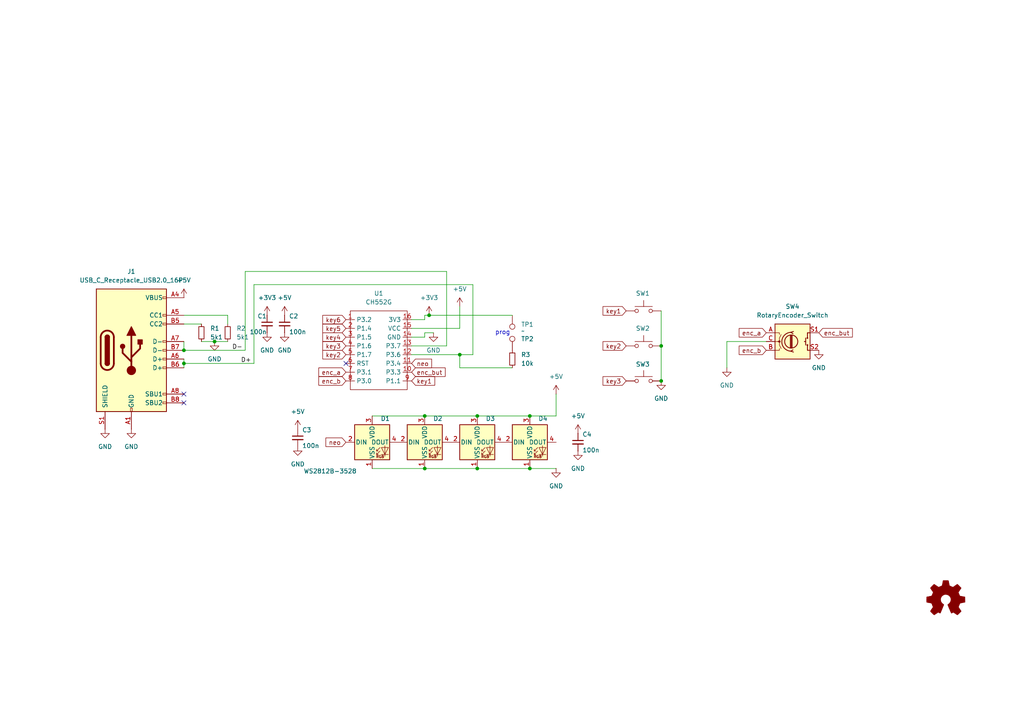
<source format=kicad_sch>
(kicad_sch (version 20231120) (generator "eeschema") (generator_version "8.0")
  (paper "A4")
  (title_block (title "Push-n-Turn-31") (rev "1") (company "Concept & Code"))
  (lib_symbols
    (symbol "Connector:TestPoint" (pin_numbers hide) (pin_names (offset 0.762) hide)
      (property "Reference" "TP" (at 0 6.858 0))
      (property "Value" "TestPoint" (at 0 5.08 0))
      (symbol "TestPoint_0_1"
        (circle (center 0 3.302) (radius 0.762))
      )
      (symbol "TestPoint_1_1"
        (pin passive line (at 0 0 90) (length 2.54) (name "1") (number "1"))
      )
    )
    (symbol "Connector:USB_C_Receptacle_USB2.0_16P" (pin_names (offset 1.016))
      (property "Reference" "J" (at 0 22.225 0))
      (property "Value" "USB_C_Receptacle_USB2.0_16P" (at 0 19.685 0))
      (symbol "USB_C_Receptacle_USB2.0_16P_0_0"
        (rectangle (start -0.254 -17.78) (end 0.254 -16.764))
        (rectangle (start 10.16 -14.986) (end 9.144 -15.494))
        (rectangle (start 10.16 -12.446) (end 9.144 -12.954))
        (rectangle (start 10.16 -4.826) (end 9.144 -5.334))
        (rectangle (start 10.16 -2.286) (end 9.144 -2.794))
        (rectangle (start 10.16 0.254) (end 9.144 -0.254))
        (rectangle (start 10.16 2.794) (end 9.144 2.286))
        (rectangle (start 10.16 7.874) (end 9.144 7.366))
        (rectangle (start 10.16 10.414) (end 9.144 9.906))
        (rectangle (start 10.16 15.494) (end 9.144 14.986))
      )
      (symbol "USB_C_Receptacle_USB2.0_16P_0_1"
        (rectangle (start -10.16 17.78) (end 10.16 -17.78) (stroke (width 0.254)) (fill (type background)))
        (arc (start -8.89 -3.81) (mid -6.985 -5.7067) (end -5.08 -3.81) (stroke (width 0.508)))
        (arc (start -7.62 -3.81) (mid -6.985 -4.4423) (end -6.35 -3.81) (stroke (width 0.254)))
        (arc (start -7.62 -3.81) (mid -6.985 -4.4423) (end -6.35 -3.81) (stroke (width 0.254)) (fill (type outline)))
        (rectangle (start -7.62 -3.81) (end -6.35 3.81) (stroke (width 0.254)) (fill (type outline)))
        (arc (start -6.35 3.81) (mid -6.985 4.4423) (end -7.62 3.81) (stroke (width 0.254)))
        (arc (start -6.35 3.81) (mid -6.985 4.4423) (end -7.62 3.81) (stroke (width 0.254)) (fill (type outline)))
        (arc (start -5.08 3.81) (mid -6.985 5.7067) (end -8.89 3.81) (stroke (width 0.508)))
        (circle (center -2.54 1.143) (radius 0.635) (stroke (width 0.254)) (fill (type outline)))
        (circle (center 0 -5.842) (radius 1.27) (fill (type outline)))
        (polyline (pts (xy -8.89 -3.81) (xy -8.89 3.81)) (stroke (width 0.508)))
        (polyline (pts (xy -5.08 3.81) (xy -5.08 -3.81)) (stroke (width 0.508)))
        (polyline (pts (xy 0 -5.842) (xy 0 4.318)) (stroke (width 0.508)))
        (polyline (pts (xy 0 -3.302) (xy -2.54 -0.762) (xy -2.54 0.508)) (stroke (width 0.508)))
        (polyline (pts (xy 0 -2.032) (xy 2.54 0.508) (xy 2.54 1.778)) (stroke (width 0.508)))
        (polyline (pts (xy -1.27 4.318) (xy 0 6.858) (xy 1.27 4.318) (xy -1.27 4.318)) (stroke (width 0.254)) (fill (type outline)))
        (rectangle (start 1.905 1.778) (end 3.175 3.048) (stroke (width 0.254)) (fill (type outline)))
      )
      (symbol "USB_C_Receptacle_USB2.0_16P_1_1"
        (pin passive line (at 0 -22.86 90) (length 5.08) (name "GND") (number "A1"))
        (pin passive line (at 0 -22.86 90) (length 5.08) hide (name "GND") (number "A12"))
        (pin passive line (at 15.24 15.24 180) (length 5.08) (name "VBUS") (number "A4"))
        (pin bidirectional line (at 15.24 10.16 180) (length 5.08) (name "CC1") (number "A5"))
        (pin bidirectional line (at 15.24 -2.54 180) (length 5.08) (name "D+") (number "A6"))
        (pin bidirectional line (at 15.24 2.54 180) (length 5.08) (name "D-") (number "A7"))
        (pin bidirectional line (at 15.24 -12.7 180) (length 5.08) (name "SBU1") (number "A8"))
        (pin passive line (at 15.24 15.24 180) (length 5.08) hide (name "VBUS") (number "A9"))
        (pin passive line (at 0 -22.86 90) (length 5.08) hide (name "GND") (number "B1"))
        (pin passive line (at 0 -22.86 90) (length 5.08) hide (name "GND") (number "B12"))
        (pin passive line (at 15.24 15.24 180) (length 5.08) hide (name "VBUS") (number "B4"))
        (pin bidirectional line (at 15.24 7.62 180) (length 5.08) (name "CC2") (number "B5"))
        (pin bidirectional line (at 15.24 -5.08 180) (length 5.08) (name "D+") (number "B6"))
        (pin bidirectional line (at 15.24 0 180) (length 5.08) (name "D-") (number "B7"))
        (pin bidirectional line (at 15.24 -15.24 180) (length 5.08) (name "SBU2") (number "B8"))
        (pin passive line (at 15.24 15.24 180) (length 5.08) hide (name "VBUS") (number "B9"))
        (pin passive line (at -7.62 -22.86 90) (length 5.08) (name "SHIELD") (number "S1"))
      )
    )
    (symbol "Device:C_Small" (pin_numbers hide) (pin_names (offset 0.254) hide)
      (property "Reference" "C" (at 0.254 1.778 0))
      (property "Value" "C_Small" (at 0.254 -2.032 0))
      (symbol "C_Small_0_1"
        (polyline (pts (xy -1.524 -0.508) (xy 1.524 -0.508)) (stroke (width 0.3302)))
        (polyline (pts (xy -1.524 0.508) (xy 1.524 0.508)) (stroke (width 0.3048)))
      )
      (symbol "C_Small_1_1"
        (pin passive line (at 0 2.54 270) (length 2.032) (name "~") (number "1"))
        (pin passive line (at 0 -2.54 90) (length 2.032) (name "~") (number "2"))
      )
    )
    (symbol "Device:R_Small" (pin_numbers hide) (pin_names (offset 0.254) hide)
      (property "Reference" "R" (at 0.762 0.508 0))
      (property "Value" "R_Small" (at 0.762 -1.016 0))
      (symbol "R_Small_0_1"
        (rectangle (start -0.762 1.778) (end 0.762 -1.778) (stroke (width 0.2032)))
      )
      (symbol "R_Small_1_1"
        (pin passive line (at 0 2.54 270) (length 0.762) (name "~") (number "1"))
        (pin passive line (at 0 -2.54 90) (length 0.762) (name "~") (number "2"))
      )
    )
    (symbol "Device:RotaryEncoder_Switch" (pin_names (offset 0.254) hide)
      (property "Reference" "SW" (at 0 6.604 0))
      (property "Value" "RotaryEncoder_Switch" (at 0 -6.604 0))
      (symbol "RotaryEncoder_Switch_0_1"
        (rectangle (start -5.08 5.08) (end 5.08 -5.08) (stroke (width 0.254)) (fill (type background)))
        (circle (center -3.81 0) (radius 0.254) (fill (type outline)))
        (circle (center -0.381 0) (radius 1.905) (stroke (width 0.254)))
        (arc (start -0.381 2.667) (mid -3.0988 -0.0635) (end -0.381 -2.794) (stroke (width 0.254)))
        (polyline (pts (xy -0.635 -1.778) (xy -0.635 1.778)) (stroke (width 0.254)))
        (polyline (pts (xy -0.381 -1.778) (xy -0.381 1.778)) (stroke (width 0.254)))
        (polyline (pts (xy -0.127 1.778) (xy -0.127 -1.778)) (stroke (width 0.254)))
        (polyline (pts (xy 3.81 0) (xy 3.429 0)) (stroke (width 0.254)))
        (polyline (pts (xy 3.81 1.016) (xy 3.81 -1.016)) (stroke (width 0.254)))
        (polyline (pts (xy -5.08 -2.54) (xy -3.81 -2.54) (xy -3.81 -2.032)))
        (polyline (pts (xy -5.08 2.54) (xy -3.81 2.54) (xy -3.81 2.032)))
        (polyline (pts (xy 0.254 -3.048) (xy -0.508 -2.794) (xy 0.127 -2.413)) (stroke (width 0.254)))
        (polyline (pts (xy 0.254 2.921) (xy -0.508 2.667) (xy 0.127 2.286)) (stroke (width 0.254)))
        (polyline (pts (xy 5.08 -2.54) (xy 4.318 -2.54) (xy 4.318 -1.016)) (stroke (width 0.254)))
        (polyline (pts (xy 5.08 2.54) (xy 4.318 2.54) (xy 4.318 1.016)) (stroke (width 0.254)))
        (polyline (pts (xy -5.08 0) (xy -3.81 0) (xy -3.81 -1.016) (xy -3.302 -2.032)))
        (polyline (pts (xy -4.318 0) (xy -3.81 0) (xy -3.81 1.016) (xy -3.302 2.032)))
        (circle (center 4.318 -1.016) (radius 0.127) (stroke (width 0.254)))
        (circle (center 4.318 1.016) (radius 0.127) (stroke (width 0.254)))
      )
      (symbol "RotaryEncoder_Switch_1_1"
        (pin passive line (at -7.62 2.54 0) (length 2.54) (name "A") (number "A"))
        (pin passive line (at -7.62 -2.54 0) (length 2.54) (name "B") (number "B"))
        (pin passive line (at -7.62 0 0) (length 2.54) (name "C") (number "C"))
        (pin passive line (at 7.62 2.54 180) (length 2.54) (name "S1") (number "S1"))
        (pin passive line (at 7.62 -2.54 180) (length 2.54) (name "S2") (number "S2"))
      )
    )
    (symbol "Graphic:Logo_Open_Hardware_Small" (in_bom no) (on_board no)
      (symbol "Logo_Open_Hardware_Small_0_1"
        (polyline (pts (xy 3.3528 -4.3434) (xy 3.302 -4.318) (xy 3.175 -4.2418) (xy 2.9972 -4.1148) (xy 2.7686 -3.9624) (xy 2.54 -3.81) (xy 2.3622 -3.7084) (xy 2.2352 -3.6068) (xy 2.1844 -3.5814) (xy 2.159 -3.6068) (xy 2.0574 -3.6576) (xy 1.905 -3.7338) (xy 1.8034 -3.7846) (xy 1.6764 -3.8354) (xy 1.6002 -3.8354) (xy 1.6002 -3.8354) (xy 1.5494 -3.7338) (xy 1.4732 -3.5306) (xy 1.3462 -3.302) (xy 1.2446 -3.0226) (xy 1.1176 -2.7178) (xy 0.9652 -2.413) (xy 0.8636 -2.1082) (xy 0.7366 -1.8288) (xy 0.6604 -1.6256) (xy 0.6096 -1.4732) (xy 0.5842 -1.397) (xy 0.5842 -1.397) (xy 0.6604 -1.3208) (xy 0.7874 -1.2446) (xy 1.0414 -1.016) (xy 1.2954 -0.6858) (xy 1.4478 -0.3302) (xy 1.524 0.0762) (xy 1.4732 0.4572) (xy 1.3208 0.8128) (xy 1.0668 1.143) (xy 0.762 1.3716) (xy 0.4064 1.524) (xy 0 1.5748) (xy -0.381 1.5494) (xy -0.7366 1.397) (xy -1.0668 1.143) (xy -1.2192 0.9906) (xy -1.397 0.6604) (xy -1.524 0.3048) (xy -1.524 0.2286) (xy -1.4986 -0.1778) (xy -1.397 -0.5334) (xy -1.1938 -0.8636) (xy -0.9144 -1.143) (xy -0.8636 -1.1684) (xy -0.7366 -1.27) (xy -0.635 -1.3462) (xy -0.5842 -1.397) (xy -1.0668 -2.5908) (xy -1.143 -2.794) (xy -1.2954 -3.1242) (xy -1.397 -3.4036) (xy -1.4986 -3.6322) (xy -1.5748 -3.7846) (xy -1.6002 -3.8354) (xy -1.6002 -3.8354) (xy -1.651 -3.8354) (xy -1.7272 -3.81) (xy -1.905 -3.7338) (xy -2.0066 -3.683) (xy -2.1336 -3.6068) (xy -2.2098 -3.5814) (xy -2.2606 -3.6068) (xy -2.3622 -3.683) (xy -2.54 -3.81) (xy -2.7686 -3.9624) (xy -2.9718 -4.0894) (xy -3.1496 -4.2164) (xy -3.302 -4.318) (xy -3.3528 -4.3434) (xy -3.3782 -4.3434) (xy -3.429 -4.318) (xy -3.5306 -4.2164) (xy -3.7084 -4.064) (xy -3.937 -3.8354) (xy -3.9624 -3.81) (xy -4.1656 -3.6068) (xy -4.318 -3.4544) (xy -4.4196 -3.3274) (xy -4.445 -3.2766) (xy -4.445 -3.2766) (xy -4.4196 -3.2258) (xy -4.318 -3.0734) (xy -4.2164 -2.8956) (xy -4.064 -2.667) (xy -3.6576 -2.0828) (xy -3.8862 -1.5494) (xy -3.937 -1.3716) (xy -4.0386 -1.1684) (xy -4.0894 -1.0414) (xy -4.1148 -0.9652) (xy -4.191 -0.9398) (xy -4.318 -0.9144) (xy -4.5466 -0.8636) (xy -4.8006 -0.8128) (xy -5.0546 -0.7874) (xy -5.2578 -0.7366) (xy -5.4356 -0.7112) (xy -5.5118 -0.6858) (xy -5.5118 -0.6858) (xy -5.5372 -0.635) (xy -5.5372 -0.5588) (xy -5.5372 -0.4318) (xy -5.5626 -0.2286) (xy -5.5626 0.0762) (xy -5.5626 0.127) (xy -5.5372 0.4064) (xy -5.5372 0.635) (xy -5.5372 0.762) (xy -5.5372 0.8382) (xy -5.5372 0.8382) (xy -5.461 0.8382) (xy -5.3086 0.889) (xy -5.08 0.9144) (xy -4.826 0.9652) (xy -4.8006 0.9906) (xy -4.5466 1.0414) (xy -4.318 1.0668) (xy -4.1656 1.1176) (xy -4.0894 1.143) (xy -4.0894 1.143) (xy -4.0386 1.2446) (xy -3.9624 1.4224) (xy -3.8608 1.6256) (xy -3.7846 1.8288) (xy -3.7084 2.0066) (xy -3.6576 2.159) (xy -3.6322 2.2098) (xy -3.6322 2.2098) (xy -3.683 2.286) (xy -3.7592 2.413) (xy -3.8862 2.5908) (xy -4.064 2.8194) (xy -4.064 2.8448) (xy -4.2164 3.0734) (xy -4.3434 3.2512) (xy -4.4196 3.3782) (xy -4.445 3.4544) (xy -4.445 3.4544) (xy -4.3942 3.5052) (xy -4.2926 3.6322) (xy -4.1148 3.81) (xy -3.937 4.0132) (xy -3.8608 4.064) (xy -3.6576 4.2926) (xy -3.5052 4.4196) (xy -3.4036 4.4958) (xy -3.3528 4.5212) (xy -3.3528 4.5212) (xy -3.302 4.4704) (xy -3.1496 4.3688) (xy -2.9718 4.2418) (xy -2.7432 4.0894) (xy -2.7178 4.0894) (xy -2.4892 3.937) (xy -2.3114 3.81) (xy -2.1844 3.7084) (xy -2.1336 3.683) (xy -2.1082 3.683) (xy -2.032 3.7084) (xy -1.8542 3.7592) (xy -1.6764 3.8354) (xy -1.4732 3.937) (xy -1.27 4.0132) (xy -1.143 4.064) (xy -1.0668 4.1148) (xy -1.0668 4.1148) (xy -1.0414 4.191) (xy -1.016 4.3434) (xy -0.9652 4.572) (xy -0.9144 4.8514) (xy -0.889 4.9022) (xy -0.8382 5.1562) (xy -0.8128 5.3848) (xy -0.7874 5.5372) (xy -0.762 5.588) (xy -0.7112 5.6134) (xy -0.5842 5.6134) (xy -0.4064 5.6134) (xy -0.1524 5.6134) (xy 0.0762 5.6134) (xy 0.3302 5.6134) (xy 0.5334 5.6134) (xy 0.6858 5.588) (xy 0.7366 5.588) (xy 0.7366 5.588) (xy 0.762 5.5118) (xy 0.8128 5.334) (xy 0.8382 5.1054) (xy 0.9144 4.826) (xy 0.9144 4.7752) (xy 0.9652 4.5212) (xy 1.016 4.2926) (xy 1.0414 4.1402) (xy 1.0668 4.0894) (xy 1.0668 4.0894) (xy 1.1938 4.0386) (xy 1.3716 3.9624) (xy 1.5748 3.8608) (xy 2.0828 3.6576) (xy 2.7178 4.0894) (xy 2.7686 4.1402) (xy 2.9972 4.2926) (xy 3.175 4.4196) (xy 3.302 4.4958) (xy 3.3782 4.5212) (xy 3.3782 4.5212) (xy 3.429 4.4704) (xy 3.556 4.3434) (xy 3.7338 4.191) (xy 3.9116 3.9878) (xy 4.064 3.8354) (xy 4.2418 3.6576) (xy 4.3434 3.556) (xy 4.4196 3.4798) (xy 4.4196 3.429) (xy 4.4196 3.4036) (xy 4.3942 3.3274) (xy 4.2926 3.2004) (xy 4.1656 2.9972) (xy 4.0132 2.794) (xy 3.8862 2.5908) (xy 3.7592 2.3876) (xy 3.6576 2.2352) (xy 3.6322 2.159) (xy 3.6322 2.1336) (xy 3.683 2.0066) (xy 3.7592 1.8288) (xy 3.8608 1.6002) (xy 4.064 1.1176) (xy 4.3942 1.0414) (xy 4.5974 1.016) (xy 4.8768 0.9652) (xy 5.1308 0.9144) (xy 5.5372 0.8382) (xy 5.5626 -0.6604) (xy 5.4864 -0.6858) (xy 5.4356 -0.6858) (xy 5.2832 -0.7366) (xy 5.0546 -0.762) (xy 4.8006 -0.8128) (xy 4.5974 -0.8636) (xy 4.3688 -0.9144) (xy 4.2164 -0.9398) (xy 4.1402 -0.9398) (xy 4.1148 -0.9652) (xy 4.064 -1.0668) (xy 3.9878 -1.2446) (xy 3.9116 -1.4478) (xy 3.81 -1.651) (xy 3.7338 -1.8542) (xy 3.683 -2.0066) (xy 3.6576 -2.0828) (xy 3.683 -2.1336) (xy 3.7846 -2.2606) (xy 3.8862 -2.4638) (xy 4.0386 -2.667) (xy 4.191 -2.8956) (xy 4.318 -3.0734) (xy 4.3942 -3.2004) (xy 4.445 -3.2766) (xy 4.4196 -3.3274) (xy 4.3434 -3.429) (xy 4.1656 -3.5814) (xy 3.937 -3.8354) (xy 3.8862 -3.8608) (xy 3.683 -4.064) (xy 3.5306 -4.2164) (xy 3.4036 -4.318) (xy 3.3528 -4.3434)) (fill (type outline)))
      )
    )
    (symbol "LED:WS2812B-3528" (pin_names (offset 0.254))
      (property "Reference" "D" (at 5.08 5.715 0))
      (property "Value" "WS2812B-3528" (at 1.27 -5.715 0))
      (symbol "WS2812B-3528_0_0"
        (text "RGB" (at 2.286 -4.191 0) (effects (font (size 0.762 0.762))))
      )
      (symbol "WS2812B-3528_0_1"
        (polyline (pts (xy 1.27 -3.556) (xy 1.778 -3.556)))
        (polyline (pts (xy 1.27 -2.54) (xy 1.778 -2.54)))
        (polyline (pts (xy 4.699 -3.556) (xy 2.667 -3.556)))
        (polyline (pts (xy 2.286 -2.54) (xy 1.27 -3.556) (xy 1.27 -3.048)))
        (polyline (pts (xy 2.286 -1.524) (xy 1.27 -2.54) (xy 1.27 -2.032)))
        (polyline (pts (xy 3.683 -1.016) (xy 3.683 -3.556) (xy 3.683 -4.064)))
        (polyline (pts (xy 4.699 -1.524) (xy 2.667 -1.524) (xy 3.683 -3.556) (xy 4.699 -1.524)))
        (rectangle (start 5.08 5.08) (end -5.08 -5.08) (stroke (width 0.254)) (fill (type background)))
      )
      (symbol "WS2812B-3528_1_1"
        (pin power_in line (at 0 -7.62 90) (length 2.54) (name "VSS") (number "1"))
        (pin input line (at -7.62 0 0) (length 2.54) (name "DIN") (number "2"))
        (pin power_in line (at 0 7.62 270) (length 2.54) (name "VDD") (number "3"))
        (pin output line (at 7.62 0 180) (length 2.54) (name "DOUT") (number "4"))
      )
    )
    (symbol "Switch:SW_Push" (pin_numbers hide) (pin_names (offset 1.016) hide)
      (property "Reference" "SW" (at 1.27 2.54 0))
      (property "Value" "SW_Push" (at 0 -1.524 0))
      (symbol "SW_Push_0_1"
        (circle (center -2.032 0) (radius 0.508))
        (polyline (pts (xy 0 1.27) (xy 0 3.048)))
        (polyline (pts (xy 2.54 1.27) (xy -2.54 1.27)))
        (circle (center 2.032 0) (radius 0.508))
        (pin passive line (at -5.08 0 0) (length 2.54) (name "1") (number "1"))
        (pin passive line (at 5.08 0 180) (length 2.54) (name "2") (number "2"))
      )
    )
    (symbol "ch552g:CH552G"
      (property "Reference" "U" (at 0 1.27 0))
      (property "Value" "CH552G" (at 0 -2.54 0))
      (symbol "CH552G_0_1"
        (rectangle (start -8.89 8.89) (end 7.62 -13.97))
      )
      (symbol "CH552G_1_1"
        (pin bidirectional line (at -10.16 6.35 0) (length 2.54) (name "P3.2") (number "1"))
        (pin bidirectional line (at 8.89 -8.89 180) (length 2.54) (name "P3.3") (number "10"))
        (pin bidirectional line (at 8.89 -6.35 180) (length 2.54) (name "P3.4") (number "11"))
        (pin bidirectional line (at 8.89 -3.81 180) (length 2.54) (name "P3.6") (number "12"))
        (pin bidirectional line (at 8.89 -1.27 180) (length 2.54) (name "P3.7") (number "13"))
        (pin bidirectional line (at 8.89 1.27 180) (length 2.54) (name "GND") (number "14"))
        (pin bidirectional line (at 8.89 3.81 180) (length 2.54) (name "VCC") (number "15"))
        (pin bidirectional line (at 8.89 6.35 180) (length 2.54) (name "3V3") (number "16"))
        (pin bidirectional line (at -10.16 3.81 0) (length 2.54) (name "P1.4") (number "2"))
        (pin bidirectional line (at -10.16 1.27 0) (length 2.54) (name "P1.5") (number "3"))
        (pin bidirectional line (at -10.16 -1.27 0) (length 2.54) (name "P1.6") (number "4"))
        (pin bidirectional line (at -10.16 -3.81 0) (length 2.54) (name "P1.7") (number "5"))
        (pin bidirectional line (at -10.16 -6.35 0) (length 2.54) (name "RST") (number "6"))
        (pin bidirectional line (at -10.16 -8.89 0) (length 2.54) (name "P3.1") (number "7"))
        (pin bidirectional line (at -10.16 -11.43 0) (length 2.54) (name "P3.0") (number "8"))
        (pin bidirectional line (at 8.89 -11.43 180) (length 2.54) (name "P1.1") (number "9"))
      )
    )
    (symbol "power:+3V3" (power) (pin_numbers hide) (pin_names (offset 0) hide)
      (property "Value" "+3V3" (at 0 3.556 0))
      (symbol "+3V3_0_1"
        (polyline (pts (xy -0.762 1.27) (xy 0 2.54)))
        (polyline (pts (xy 0 0) (xy 0 2.54)))
        (polyline (pts (xy 0 2.54) (xy 0.762 1.27)))
      )
      (symbol "+3V3_1_1"
        (pin power_in line (at 0 0 90) (length 0) (name "~") (number "1"))
      )
    )
    (symbol "power:+5V" (power) (pin_numbers hide) (pin_names (offset 0) hide)
      (property "Value" "+5V" (at 0 3.556 0))
      (symbol "+5V_0_1"
        (polyline (pts (xy -0.762 1.27) (xy 0 2.54)))
        (polyline (pts (xy 0 0) (xy 0 2.54)))
        (polyline (pts (xy 0 2.54) (xy 0.762 1.27)))
      )
      (symbol "+5V_1_1"
        (pin power_in line (at 0 0 90) (length 0) (name "~") (number "1"))
      )
    )
    (symbol "power:GND" (power) (pin_numbers hide) (pin_names (offset 0) hide)
      (property "Value" "GND" (at 0 -3.81 0))
      (symbol "GND_0_1"
        (polyline (pts (xy 0 0) (xy 0 -1.27) (xy 1.27 -1.27) (xy 0 -2.54) (xy -1.27 -1.27) (xy 0 -1.27)))
      )
      (symbol "GND_1_1"
        (pin power_in line (at 0 0 270) (length 0) (name "~") (number "1"))
      )
    )
  )
  (junction (at 153.67 135.89))
  (junction (at 123.19 135.89))
  (junction (at 133.35 102.87))
  (junction (at 191.77 110.49))
  (junction (at 153.67 120.65))
  (junction (at 123.19 120.65))
  (junction (at 62.23 99.06))
  (junction (at 191.77 100.33))
  (junction (at 124.46 91.44))
  (junction (at 53.34 101.6))
  (junction (at 53.34 105.41))
  (junction (at 138.43 135.89))
  (junction (at 138.43 120.65))
  (no_connect (at 100.33 105.41))
  (no_connect (at 53.34 116.84))
  (no_connect (at 53.34 114.3))
  (wire (pts (xy 133.35 102.87) (xy 137.16 102.87)))
  (wire (pts (xy 123.19 120.65) (xy 138.43 120.65)))
  (wire (pts (xy 71.12 78.74) (xy 129.54 78.74)))
  (wire (pts (xy 123.19 96.52) (xy 125.73 96.52)))
  (wire (pts (xy 133.35 95.25) (xy 133.35 88.9)))
  (wire (pts (xy 73.66 105.41) (xy 53.34 105.41)))
  (wire (pts (xy 53.34 105.41) (xy 53.34 106.68)))
  (wire (pts (xy 53.34 101.6) (xy 71.12 101.6)))
  (wire (pts (xy 210.82 99.06) (xy 222.25 99.06)))
  (wire (pts (xy 148.59 106.68) (xy 133.35 106.68)))
  (wire (pts (xy 123.19 97.79) (xy 123.19 96.52)))
  (wire (pts (xy 191.77 90.17) (xy 191.77 100.33)))
  (wire (pts (xy 53.34 99.06) (xy 53.34 101.6)))
  (wire (pts (xy 53.34 93.98) (xy 58.42 93.98)))
  (wire (pts (xy 73.66 82.55) (xy 73.66 105.41)))
  (wire (pts (xy 123.19 91.44) (xy 123.19 92.71)))
  (wire (pts (xy 66.04 93.98) (xy 66.04 91.44)))
  (wire (pts (xy 107.95 135.89) (xy 123.19 135.89)))
  (wire (pts (xy 66.04 91.44) (xy 53.34 91.44)))
  (wire (pts (xy 119.38 95.25) (xy 133.35 95.25)))
  (wire (pts (xy 53.34 104.14) (xy 53.34 105.41)))
  (wire (pts (xy 62.23 99.06) (xy 66.04 99.06)))
  (wire (pts (xy 210.82 99.06) (xy 210.82 106.68)))
  (wire (pts (xy 138.43 135.89) (xy 153.67 135.89)))
  (wire (pts (xy 119.38 97.79) (xy 123.19 97.79)))
  (wire (pts (xy 119.38 102.87) (xy 133.35 102.87)))
  (wire (pts (xy 153.67 120.65) (xy 161.29 120.65)))
  (wire (pts (xy 137.16 102.87) (xy 137.16 82.55)))
  (wire (pts (xy 123.19 92.71) (xy 119.38 92.71)))
  (wire (pts (xy 71.12 101.6) (xy 71.12 78.74)))
  (wire (pts (xy 124.46 91.44) (xy 123.19 91.44)))
  (wire (pts (xy 153.67 135.89) (xy 161.29 135.89)))
  (wire (pts (xy 138.43 120.65) (xy 153.67 120.65)))
  (wire (pts (xy 58.42 99.06) (xy 62.23 99.06)))
  (wire (pts (xy 129.54 100.33) (xy 119.38 100.33)))
  (wire (pts (xy 148.59 91.44) (xy 124.46 91.44)))
  (wire (pts (xy 137.16 82.55) (xy 73.66 82.55)))
  (wire (pts (xy 191.77 100.33) (xy 191.77 110.49)))
  (wire (pts (xy 107.95 120.65) (xy 123.19 120.65)))
  (wire (pts (xy 123.19 135.89) (xy 138.43 135.89)))
  (wire (pts (xy 161.29 114.3) (xy 161.29 120.65)))
  (wire (pts (xy 129.54 78.74) (xy 129.54 100.33)))
  (wire (pts (xy 133.35 106.68) (xy 133.35 102.87)))
  (text "prog" (at 145.796 96.52 0) (effects (font (size 1.27 1.27))))
  (label "D+" (at 69.85 105.41 0))
  (label "D-" (at 67.31 101.6 0))
  (global_label "enc_but" (shape input) (at 237.49 96.52 0) (property "Intersheetrefs" "${INTERSHEET_REFS}" (effects (hide yes))))
  (global_label "neo" (shape input) (at 119.38 105.41 0) (property "Intersheetrefs" "${INTERSHEET_REFS}" (effects (hide yes))))
  (global_label "enc_a" (shape input) (at 222.25 96.52 180) (property "Intersheetrefs" "${INTERSHEET_REFS}" (effects (hide yes))))
  (global_label "key4" (shape input) (at 100.33 97.79 180) (property "Intersheetrefs" "${INTERSHEET_REFS}" (effects (hide yes))))
  (global_label "enc_b" (shape input) (at 222.25 101.6 180) (property "Intersheetrefs" "${INTERSHEET_REFS}" (effects (hide yes))))
  (global_label "enc_b" (shape input) (at 100.33 110.49 180) (property "Intersheetrefs" "${INTERSHEET_REFS}" (effects (hide yes))))
  (global_label "key1" (shape input) (at 181.61 90.17 180) (property "Intersheetrefs" "${INTERSHEET_REFS}" (effects (hide yes))))
  (global_label "key3" (shape input) (at 100.33 100.33 180) (property "Intersheetrefs" "${INTERSHEET_REFS}" (effects (hide yes))))
  (global_label "enc_a" (shape input) (at 100.33 107.95 180) (property "Intersheetrefs" "${INTERSHEET_REFS}" (effects (hide yes))))
  (global_label "key2" (shape input) (at 100.33 102.87 180) (property "Intersheetrefs" "${INTERSHEET_REFS}" (effects (hide yes))))
  (global_label "key5" (shape input) (at 100.33 95.25 180) (property "Intersheetrefs" "${INTERSHEET_REFS}" (effects (hide yes))))
  (global_label "neo" (shape input) (at 100.33 128.27 180) (property "Intersheetrefs" "${INTERSHEET_REFS}" (effects (hide yes))))
  (global_label "key1" (shape input) (at 119.38 110.49 0) (property "Intersheetrefs" "${INTERSHEET_REFS}" (effects (hide yes))))
  (global_label "enc_but" (shape input) (at 119.38 107.95 0) (property "Intersheetrefs" "${INTERSHEET_REFS}" (effects (hide yes))))
  (global_label "key3" (shape input) (at 181.61 110.49 180) (property "Intersheetrefs" "${INTERSHEET_REFS}" (effects (hide yes))))
  (global_label "key2" (shape input) (at 181.61 100.33 180) (property "Intersheetrefs" "${INTERSHEET_REFS}" (effects (hide yes))))
  (global_label "key6" (shape input) (at 100.33 92.71 180) (property "Intersheetrefs" "${INTERSHEET_REFS}" (effects (hide yes))))
  (symbol (lib_id "power:GND") (at 38.1 124.46 0) (unit 1)
    (property "Reference" "#PWR02" (effects (hide yes)))
    (property "Value" "GND" (at 38.1 129.54 0))
    (property "Description" "Power symbol creates a global label with name \"GND\" , ground" (effects (hide yes)))
  )
  (symbol (lib_id "power:+5V") (at 133.35 88.9 0) (unit 1)
    (property "Reference" "#PWR013" (effects (hide yes)))
    (property "Value" "+5V" (at 133.35 83.82 0))
    (property "Description" "Power symbol creates a global label with name \"+5V\"" (effects (hide yes)))
  )
  (symbol (lib_id "Switch:SW_Push") (at 186.69 100.33 0) (unit 1)
    (property "Reference" "SW2" (at 186.436 95.25 0))
    (property "Value" "key2" (effects (hide yes)))
    (property "Footprint" "Button_Switch_Keyboard:SW_RedDragon5.5m_Ali_1.00u" (effects (hide yes)))
    (property "Description" "Push button switch, generic, two pins" (effects (hide yes)))
  )
  (symbol (lib_id "power:GND") (at 82.55 96.52 0) (unit 1)
    (property "Reference" "#PWR08" (effects (hide yes)))
    (property "Value" "GND" (at 82.55 101.6 0))
    (property "Description" "Power symbol creates a global label with name \"GND\" , ground" (effects (hide yes)))
  )
  (symbol (lib_id "LED:WS2812B-3528") (at 107.95 128.27 0) (unit 1)
    (property "Reference" "D1" (at 111.76 121.412 0))
    (property "Value" "WS2812B-3528" (at 95.758 136.652 0))
    (property "Footprint" "LED_SMD:LED_WS2812B-Mini_PLCC4_3.5x2.8mm" (effects (hide yes)))
    (property "Datasheet" "https://cdn-shop.adafruit.com/datasheets/WS2812B.pdf" (effects (hide yes)))
    (property "Description" "RGB LED with integrated controller" (effects (hide yes)))
  )
  (symbol (lib_id "Device:RotaryEncoder_Switch") (at 229.87 99.06 0) (unit 1)
    (property "Reference" "SW4" (at 229.87 88.9 0))
    (property "Value" "RotaryEncoder_Switch" (at 229.87 91.44 0))
    (property "Footprint" "Rotary_Encoder:RotaryEncoder_Alps_EC12E-Switch_Vertical_H20mm" (effects (hide yes)))
    (property "Description" "Rotary encoder, dual channel, incremental quadrate outputs, with switch" (effects (hide yes)))
  )
  (symbol (lib_id "Device:R_Small") (at 66.04 96.52 0) (unit 1)
    (property "Reference" "R2" (at 68.58 95.2499 0) (effects (justify left)))
    (property "Value" "5k1" (at 68.58 97.7899 0) (effects (justify left)))
    (property "Footprint" "Resistor_SMD:R_0805_2012Metric" (effects (hide yes)))
    (property "Description" "Resistor, small symbol" (effects (hide yes)))
  )
  (symbol (lib_id "power:GND") (at 237.49 101.6 0) (unit 1)
    (property "Reference" "#PWR020" (effects (hide yes)))
    (property "Value" "GND" (at 237.49 106.68 0))
    (property "Description" "Power symbol creates a global label with name \"GND\" , ground" (effects (hide yes)))
  )
  (symbol (lib_id "power:+3V3") (at 124.46 91.44 0) (unit 1)
    (property "Reference" "#PWR011" (effects (hide yes)))
    (property "Value" "+3V3" (at 124.46 86.36 0))
    (property "Description" "Power symbol creates a global label with name \"+3V3\"" (effects (hide yes)))
  )
  (symbol (lib_id "Connector:USB_C_Receptacle_USB2.0_16P") (at 38.1 101.6 0) (unit 1)
    (property "Reference" "J1" (at 38.1 78.74 0))
    (property "Value" "USB_C_Receptacle_USB2.0_16P" (at 38.1 81.28 0))
    (property "Footprint" "Connector_USB:USB_C_Receptacle_GCT_USB4105-xx-A_16P_TopMnt_Horizontal" (effects (hide yes)))
    (property "Datasheet" "https://www.usb.org/sites/default/files/documents/usb_type-c.zip" (effects (hide yes)))
    (property "Description" "USB 2.0-only 16P Type-C Receptacle connector" (effects (hide yes)))
  )
  (symbol (lib_id "Switch:SW_Push") (at 186.69 110.49 0) (unit 1)
    (property "Reference" "SW3" (at 186.436 105.664 0))
    (property "Value" "key3" (effects (hide yes)))
    (property "Footprint" "Button_Switch_Keyboard:SW_RedDragon5.5m_Ali_1.00u" (effects (hide yes)))
    (property "Description" "Push button switch, generic, two pins" (effects (hide yes)))
  )
  (symbol (lib_id "Device:C_Small") (at 86.36 127 0) (unit 1)
    (property "Reference" "C3" (at 87.63 124.714 0) (effects (justify left)))
    (property "Value" "100n" (at 87.63 129.286 0) (effects (justify left)))
    (property "Footprint" "Capacitor_SMD:C_0805_2012Metric" (effects (hide yes)))
    (property "Description" "Unpolarized capacitor, small symbol" (effects (hide yes)))
  )
  (symbol (lib_id "Device:R_Small") (at 58.42 96.52 0) (unit 1)
    (property "Reference" "R1" (at 60.96 95.2499 0) (effects (justify left)))
    (property "Value" "5k1" (at 60.96 97.7899 0) (effects (justify left)))
    (property "Footprint" "Resistor_SMD:R_0805_2012Metric" (effects (hide yes)))
    (property "Description" "Resistor, small symbol" (effects (hide yes)))
  )
  (symbol (lib_id "power:GND") (at 77.47 96.52 0) (unit 1)
    (property "Reference" "#PWR06" (effects (hide yes)))
    (property "Value" "GND" (at 77.47 101.6 0))
    (property "Description" "Power symbol creates a global label with name \"GND\" , ground" (effects (hide yes)))
  )
  (symbol (lib_id "power:GND") (at 191.77 110.49 0) (unit 1)
    (property "Reference" "#PWR018" (effects (hide yes)))
    (property "Value" "GND" (at 191.77 115.57 0))
    (property "Description" "Power symbol creates a global label with name \"GND\" , ground" (effects (hide yes)))
  )
  (symbol (lib_id "Switch:SW_Push") (at 186.69 90.17 0) (unit 1)
    (property "Reference" "SW1" (at 186.436 85.09 0))
    (property "Value" "key1" (effects (hide yes)))
    (property "Footprint" "Button_Switch_Keyboard:SW_RedDragon5.5m_Ali_1.00u" (effects (hide yes)))
    (property "Description" "Push button switch, generic, two pins" (effects (hide yes)))
  )
  (symbol (lib_id "power:GND") (at 210.82 106.68 0) (unit 1)
    (property "Reference" "#PWR019" (effects (hide yes)))
    (property "Value" "GND" (at 210.82 111.76 0))
    (property "Description" "Power symbol creates a global label with name \"GND\" , ground" (effects (hide yes)))
  )
  (symbol (lib_id "Device:R_Small") (at 148.59 104.14 0) (unit 1)
    (property "Reference" "R3" (at 151.13 102.8699 0) (effects (justify left)))
    (property "Value" "10k" (at 151.13 105.4099 0) (effects (justify left)))
    (property "Footprint" "Resistor_SMD:R_0805_2012Metric" (effects (hide yes)))
    (property "Description" "Resistor, small symbol" (effects (hide yes)))
  )
  (symbol (lib_id "power:GND") (at 125.73 96.52 0) (unit 1)
    (property "Reference" "#PWR012" (effects (hide yes)))
    (property "Value" "GND" (at 125.73 101.6 0))
    (property "Description" "Power symbol creates a global label with name \"GND\" , ground" (effects (hide yes)))
  )
  (symbol (lib_id "power:GND") (at 167.64 130.81 0) (unit 1)
    (property "Reference" "#PWR017" (effects (hide yes)))
    (property "Value" "GND" (at 167.64 135.89 0))
    (property "Description" "Power symbol creates a global label with name \"GND\" , ground" (effects (hide yes)))
  )
  (symbol (lib_id "LED:WS2812B-3528") (at 153.67 128.27 0) (unit 1)
    (property "Reference" "D4" (at 157.48 121.412 0))
    (property "Value" "WS2812B-3528" (effects (hide yes)))
    (property "Footprint" "LED_SMD:LED_WS2812B-Mini_PLCC4_3.5x2.8mm" (effects (hide yes)))
    (property "Datasheet" "https://cdn-shop.adafruit.com/datasheets/WS2812B.pdf" (effects (hide yes)))
    (property "Description" "RGB LED with integrated controller" (effects (hide yes)))
  )
  (symbol (lib_id "power:GND") (at 86.36 129.54 0) (unit 1)
    (property "Reference" "#PWR010" (effects (hide yes)))
    (property "Value" "GND" (at 86.36 134.62 0))
    (property "Description" "Power symbol creates a global label with name \"GND\" , ground" (effects (hide yes)))
  )
  (symbol (lib_id "power:+5V") (at 53.34 86.36 0) (unit 1)
    (property "Reference" "#PWR03" (effects (hide yes)))
    (property "Value" "+5V" (at 53.34 81.28 0))
    (property "Description" "Power symbol creates a global label with name \"+5V\"" (effects (hide yes)))
  )
  (symbol (lib_id "Device:C_Small") (at 77.47 93.98 0) (unit 1)
    (property "Reference" "C1" (at 74.676 91.694 0) (effects (justify left)))
    (property "Value" "100n" (at 72.39 96.266 0) (effects (justify left)))
    (property "Footprint" "Capacitor_SMD:C_0805_2012Metric" (effects (hide yes)))
    (property "Description" "Unpolarized capacitor, small symbol" (effects (hide yes)))
  )
  (symbol (lib_id "Graphic:Logo_Open_Hardware_Small") (at 274.32 173.99 0) (unit 1) (in_bom no) (on_board no)
    (property "Reference" "#SYM1" (effects (hide yes)))
    (property "Value" "Logo_Open_Hardware_Small" (effects (hide yes)))
    (property "Footprint" "Symbol:OSHW-Logo_7.5x8mm_SilkScreen" (effects (hide yes)))
    (property "Description" "Open Hardware logo, small" (effects (hide yes)))
    (property "Sim.Enable" "0" (effects (hide yes)))
  )
  (symbol (lib_id "power:GND") (at 62.23 99.06 0) (unit 1)
    (property "Reference" "#PWR04" (effects (hide yes)))
    (property "Value" "GND" (at 62.23 104.14 0))
    (property "Description" "Power symbol creates a global label with name \"GND\" , ground" (effects (hide yes)))
  )
  (symbol (lib_id "Device:C_Small") (at 167.64 128.27 0) (unit 1)
    (property "Reference" "C4" (at 168.91 125.984 0) (effects (justify left)))
    (property "Value" "100n" (at 168.91 130.556 0) (effects (justify left)))
    (property "Footprint" "Capacitor_SMD:C_0805_2012Metric" (effects (hide yes)))
    (property "Description" "Unpolarized capacitor, small symbol" (effects (hide yes)))
  )
  (symbol (lib_id "power:+5V") (at 86.36 124.46 0) (unit 1)
    (property "Reference" "#PWR09" (effects (hide yes)))
    (property "Value" "+5V" (at 86.36 119.38 0))
    (property "Description" "Power symbol creates a global label with name \"+5V\"" (effects (hide yes)))
  )
  (symbol (lib_id "Device:C_Small") (at 82.55 93.98 0) (unit 1)
    (property "Reference" "C2" (at 83.82 91.694 0) (effects (justify left)))
    (property "Value" "100n" (at 83.82 96.266 0) (effects (justify left)))
    (property "Footprint" "Capacitor_SMD:C_0805_2012Metric" (effects (hide yes)))
    (property "Description" "Unpolarized capacitor, small symbol" (effects (hide yes)))
  )
  (symbol (lib_id "power:+5V") (at 161.29 114.3 0) (unit 1)
    (property "Reference" "#PWR014" (effects (hide yes)))
    (property "Value" "+5V" (at 161.29 109.22 0))
    (property "Description" "Power symbol creates a global label with name \"+5V\"" (effects (hide yes)))
  )
  (symbol (lib_id "Connector:TestPoint") (at 148.59 91.44 180) (unit 1)
    (property "Reference" "TP1" (at 151.13 94.1069 0) (effects (justify right)))
    (property "Value" "~" (at 151.13 96.012 0) (effects (justify right)))
    (property "Footprint" "TestPoint:TestPoint_Pad_2.5x2.5mm" (effects (hide yes)))
    (property "Description" "test point" (effects (hide yes)))
  )
  (symbol (lib_id "power:GND") (at 161.29 135.89 0) (unit 1)
    (property "Reference" "#PWR015" (effects (hide yes)))
    (property "Value" "GND" (at 161.29 140.97 0))
    (property "Description" "Power symbol creates a global label with name \"GND\" , ground" (effects (hide yes)))
  )
  (symbol (lib_id "power:+3V3") (at 77.47 91.44 0) (unit 1)
    (property "Reference" "#PWR05" (effects (hide yes)))
    (property "Value" "+3V3" (at 77.47 86.36 0))
    (property "Description" "Power symbol creates a global label with name \"+3V3\"" (effects (hide yes)))
  )
  (symbol (lib_id "power:+5V") (at 82.55 91.44 0) (unit 1)
    (property "Reference" "#PWR07" (effects (hide yes)))
    (property "Value" "+5V" (at 82.55 86.36 0))
    (property "Description" "Power symbol creates a global label with name \"+5V\"" (effects (hide yes)))
  )
  (symbol (lib_id "power:GND") (at 30.48 124.46 0) (unit 1)
    (property "Reference" "#PWR01" (effects (hide yes)))
    (property "Value" "GND" (at 30.48 129.54 0))
    (property "Description" "Power symbol creates a global label with name \"GND\" , ground" (effects (hide yes)))
  )
  (symbol (lib_id "ch552g:CH552G") (at 110.49 99.06 0) (unit 1)
    (property "Reference" "U1" (at 109.855 85.09 0))
    (property "Value" "CH552G" (at 109.855 87.63 0))
    (property "Footprint" "Package_SO:SOP-16_4.4x10.4mm_P1.27mm" (effects (hide yes)))
    (property "Datasheet" "https://github.com/WeActStudio/WeActStudio.CH552CoreBoard/blob/master/Datasheet/CH552DS1_en.PDF" (effects (hide yes)))
  )
  (symbol (lib_id "LED:WS2812B-3528") (at 123.19 128.27 0) (unit 1)
    (property "Reference" "D2" (at 127 121.412 0))
    (property "Value" "WS2812B-3528" (effects (hide yes)))
    (property "Footprint" "LED_SMD:LED_WS2812B-Mini_PLCC4_3.5x2.8mm" (effects (hide yes)))
    (property "Datasheet" "https://cdn-shop.adafruit.com/datasheets/WS2812B.pdf" (effects (hide yes)))
    (property "Description" "RGB LED with integrated controller" (effects (hide yes)))
  )
  (symbol (lib_id "power:+5V") (at 167.64 125.73 0) (unit 1)
    (property "Reference" "#PWR016" (effects (hide yes)))
    (property "Value" "+5V" (at 167.64 120.65 0))
    (property "Description" "Power symbol creates a global label with name \"+5V\"" (effects (hide yes)))
  )
  (symbol (lib_id "Connector:TestPoint") (at 148.59 101.6 0) (unit 1)
    (property "Reference" "TP2" (at 151.13 98.2979 0) (effects (justify left)))
    (property "Value" "TestPoint" (effects (hide yes)))
    (property "Footprint" "TestPoint:TestPoint_Pad_2.5x2.5mm" (effects (hide yes)))
    (property "Description" "test point" (effects (hide yes)))
  )
  (symbol (lib_id "LED:WS2812B-3528") (at 138.43 128.27 0) (unit 1)
    (property "Reference" "D3" (at 142.24 121.412 0))
    (property "Value" "WS2812B-3528" (effects (hide yes)))
    (property "Footprint" "LED_SMD:LED_WS2812B-Mini_PLCC4_3.5x2.8mm" (effects (hide yes)))
    (property "Datasheet" "https://cdn-shop.adafruit.com/datasheets/WS2812B.pdf" (effects (hide yes)))
    (property "Description" "RGB LED with integrated controller" (effects (hide yes)))
  )
)
</source>
